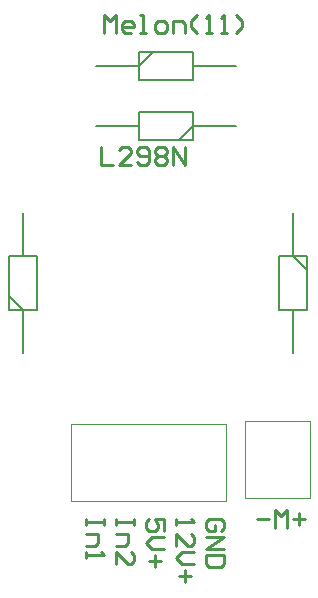
<source format=gbr>
%TF.GenerationSoftware,Altium Limited,Altium Designer,23.3.1 (30)*%
G04 Layer_Color=65535*
%FSLAX45Y45*%
%MOMM*%
%TF.SameCoordinates,796C1B80-4156-4CD7-A6E5-B9CE5994D65D*%
%TF.FilePolarity,Positive*%
%TF.FileFunction,Legend,Top*%
%TF.Part,Single*%
G01*
G75*
%TA.AperFunction,NonConductor*%
%ADD21C,0.20000*%
%ADD22C,0.10000*%
%ADD23C,0.25400*%
D21*
X7874000Y8556798D02*
Y8916203D01*
Y7733802D02*
Y8093202D01*
X7756002Y8211200D02*
X7874000Y8093202D01*
X7756002D02*
X7991998D01*
Y8556798D01*
X7756002D02*
X7991998D01*
X7756002Y8093202D02*
Y8556798D01*
X10277998Y8093202D02*
Y8556798D01*
X10042002Y8093202D02*
X10277998D01*
X10042002D02*
Y8556798D01*
X10277998D01*
X10160000D02*
X10277998Y8438799D01*
X10160000Y8556798D02*
Y8916198D01*
Y7733802D02*
Y8093202D01*
X8855202Y9534002D02*
X9318798D01*
X8855202D02*
Y9769998D01*
X9318798D01*
Y9534002D02*
Y9769998D01*
X9200799Y9534002D02*
X9318798Y9652000D01*
X9678198D01*
X8495802D02*
X8855202D01*
Y10277998D02*
X9318798D01*
Y10042002D02*
Y10277998D01*
X8855202Y10042002D02*
X9318798D01*
X8855202D02*
Y10277998D01*
Y10160000D02*
X8973200Y10277998D01*
X8495802Y10160000D02*
X8855202D01*
X9318798D02*
X9678203D01*
D22*
X8282798Y7132198D02*
X9598802D01*
X8282798Y6482202D02*
Y7132198D01*
Y6482202D02*
X9598802D01*
Y7132198D01*
X9755998Y6507602D02*
X10310002D01*
X9755998D02*
Y7157598D01*
X10310002D01*
Y6507602D02*
Y7157598D01*
D23*
X9550359Y6223033D02*
X9575751Y6248425D01*
Y6299208D01*
X9550359Y6324600D01*
X9448792D01*
X9423400Y6299208D01*
Y6248425D01*
X9448792Y6223033D01*
X9499575D01*
Y6273817D01*
X9423400Y6172249D02*
X9575751D01*
X9423400Y6070682D01*
X9575751D01*
Y6019899D02*
X9423400D01*
Y5943723D01*
X9448792Y5918331D01*
X9550359D01*
X9575751Y5943723D01*
Y6019899D01*
X8559751Y10439400D02*
Y10591751D01*
X8610534Y10540967D01*
X8661318Y10591751D01*
Y10439400D01*
X8788277D02*
X8737493D01*
X8712101Y10464792D01*
Y10515575D01*
X8737493Y10540967D01*
X8788277D01*
X8813669Y10515575D01*
Y10490183D01*
X8712101D01*
X8864452Y10439400D02*
X8915236D01*
X8889844D01*
Y10591751D01*
X8864452D01*
X9016803Y10439400D02*
X9067586D01*
X9092978Y10464792D01*
Y10515575D01*
X9067586Y10540967D01*
X9016803D01*
X8991411Y10515575D01*
Y10464792D01*
X9016803Y10439400D01*
X9143762D02*
Y10540967D01*
X9219937D01*
X9245329Y10515575D01*
Y10439400D01*
X9346896D02*
X9296112Y10490183D01*
Y10540967D01*
X9346896Y10591751D01*
X9423071Y10439400D02*
X9473855D01*
X9448463D01*
Y10591751D01*
X9423071Y10566359D01*
X9550030Y10439400D02*
X9600814D01*
X9575422D01*
Y10591751D01*
X9550030Y10566359D01*
X9676989Y10439400D02*
X9727773Y10490183D01*
Y10540967D01*
X9676989Y10591751D01*
X8559751Y6324600D02*
Y6273817D01*
Y6299208D01*
X8407400D01*
Y6324600D01*
Y6273817D01*
Y6197641D02*
X8508967D01*
Y6121466D01*
X8483575Y6096074D01*
X8407400D01*
Y6045290D02*
Y5994507D01*
Y6019899D01*
X8559751D01*
X8534359Y6045290D01*
X8813751Y6324600D02*
Y6273817D01*
Y6299208D01*
X8661400D01*
Y6324600D01*
Y6273817D01*
Y6197641D02*
X8762967D01*
Y6121466D01*
X8737575Y6096074D01*
X8661400D01*
Y5943723D02*
Y6045290D01*
X8762967Y5943723D01*
X8788359D01*
X8813751Y5969115D01*
Y6019899D01*
X8788359Y6045290D01*
X9067751Y6223033D02*
Y6324600D01*
X8991575D01*
X9016967Y6273817D01*
Y6248425D01*
X8991575Y6223033D01*
X8940792D01*
X8915400Y6248425D01*
Y6299208D01*
X8940792Y6324600D01*
X9067751Y6172249D02*
X8966183D01*
X8915400Y6121466D01*
X8966183Y6070682D01*
X9067751D01*
X8991575Y6019899D02*
Y5918331D01*
X9042359Y5969115D02*
X8940792D01*
X9169400Y6324600D02*
Y6273817D01*
Y6299208D01*
X9321751D01*
X9296359Y6324600D01*
X9169400Y6096074D02*
Y6197641D01*
X9270967Y6096074D01*
X9296359D01*
X9321751Y6121466D01*
Y6172249D01*
X9296359Y6197641D01*
X9321751Y6045290D02*
X9220183D01*
X9169400Y5994507D01*
X9220183Y5943723D01*
X9321751D01*
X9245575Y5892940D02*
Y5791372D01*
X9296359Y5842156D02*
X9194792D01*
X8534515Y9474175D02*
Y9321825D01*
X8636082D01*
X8788433D02*
X8686866D01*
X8788433Y9423392D01*
Y9448783D01*
X8763041Y9474175D01*
X8712258D01*
X8686866Y9448783D01*
X8839217Y9347217D02*
X8864608Y9321825D01*
X8915392D01*
X8940784Y9347217D01*
Y9448783D01*
X8915392Y9474175D01*
X8864608D01*
X8839217Y9448783D01*
Y9423392D01*
X8864608Y9398000D01*
X8940784D01*
X8991567Y9448783D02*
X9016959Y9474175D01*
X9067743D01*
X9093134Y9448783D01*
Y9423392D01*
X9067743Y9398000D01*
X9093134Y9372608D01*
Y9347217D01*
X9067743Y9321825D01*
X9016959D01*
X8991567Y9347217D01*
Y9372608D01*
X9016959Y9398000D01*
X8991567Y9423392D01*
Y9448783D01*
X9016959Y9398000D02*
X9067743D01*
X9143918Y9321825D02*
Y9474175D01*
X9245485Y9321825D01*
Y9474175D01*
X9855266Y6324600D02*
X9956833D01*
X10007617Y6248425D02*
Y6400775D01*
X10058400Y6349992D01*
X10109184Y6400775D01*
Y6248425D01*
X10159967Y6324600D02*
X10261534D01*
X10210751Y6375383D02*
Y6273817D01*
%TF.MD5,def0d2cc83c43fb4ac9f96fb2f0c7c5c*%
M02*

</source>
